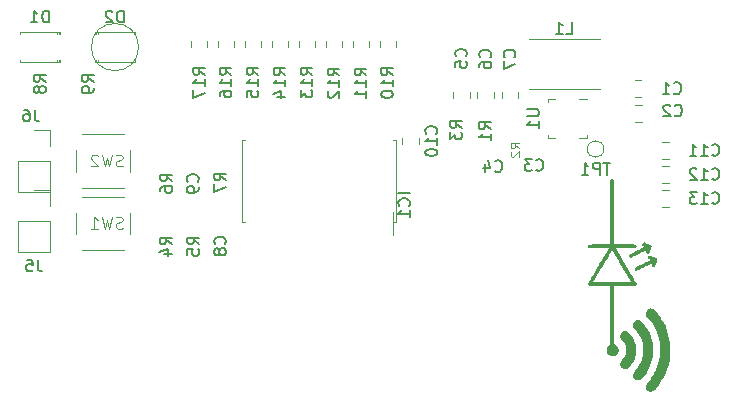
<source format=gbr>
G04 #@! TF.GenerationSoftware,KiCad,Pcbnew,5.99.0-unknown-89dcc4689~104~ubuntu20.04.1*
G04 #@! TF.CreationDate,2020-10-12T19:49:43-07:00*
G04 #@! TF.ProjectId,signal-board,7369676e-616c-42d6-926f-6172642e6b69,rev?*
G04 #@! TF.SameCoordinates,Original*
G04 #@! TF.FileFunction,Legend,Bot*
G04 #@! TF.FilePolarity,Positive*
%FSLAX46Y46*%
G04 Gerber Fmt 4.6, Leading zero omitted, Abs format (unit mm)*
G04 Created by KiCad (PCBNEW 5.99.0-unknown-89dcc4689~104~ubuntu20.04.1) date 2020-10-12 19:49:43*
%MOMM*%
%LPD*%
G01*
G04 APERTURE LIST*
%ADD10C,0.120000*%
%ADD11C,0.150000*%
%ADD12C,0.100000*%
%ADD13C,0.015000*%
G04 APERTURE END LIST*
D10*
X115533000Y-110998000D02*
G75*
G03*
X115533000Y-110998000I-2000000J0D01*
G01*
D11*
G04 #@! TO.C,R4*
X118333780Y-127696933D02*
X117857590Y-127363600D01*
X118333780Y-127125504D02*
X117333780Y-127125504D01*
X117333780Y-127506457D01*
X117381400Y-127601695D01*
X117429019Y-127649314D01*
X117524257Y-127696933D01*
X117667114Y-127696933D01*
X117762352Y-127649314D01*
X117809971Y-127601695D01*
X117857590Y-127506457D01*
X117857590Y-127125504D01*
X117667114Y-128554076D02*
X118333780Y-128554076D01*
X117286161Y-128315980D02*
X118000447Y-128077885D01*
X118000447Y-128696933D01*
D12*
G04 #@! TO.C,R2*
X147786285Y-119559800D02*
X147429142Y-119309800D01*
X147786285Y-119131228D02*
X147036285Y-119131228D01*
X147036285Y-119416942D01*
X147072000Y-119488371D01*
X147107714Y-119524085D01*
X147179142Y-119559800D01*
X147286285Y-119559800D01*
X147357714Y-119524085D01*
X147393428Y-119488371D01*
X147429142Y-119416942D01*
X147429142Y-119131228D01*
X147107714Y-119845514D02*
X147072000Y-119881228D01*
X147036285Y-119952657D01*
X147036285Y-120131228D01*
X147072000Y-120202657D01*
X147107714Y-120238371D01*
X147179142Y-120274085D01*
X147250571Y-120274085D01*
X147357714Y-120238371D01*
X147786285Y-119809800D01*
X147786285Y-120274085D01*
D11*
G04 #@! TO.C,D2*
X114271095Y-108910380D02*
X114271095Y-107910380D01*
X114033000Y-107910380D01*
X113890142Y-107958000D01*
X113794904Y-108053238D01*
X113747285Y-108148476D01*
X113699666Y-108338952D01*
X113699666Y-108481809D01*
X113747285Y-108672285D01*
X113794904Y-108767523D01*
X113890142Y-108862761D01*
X114033000Y-108910380D01*
X114271095Y-108910380D01*
X113318714Y-108005619D02*
X113271095Y-107958000D01*
X113175857Y-107910380D01*
X112937761Y-107910380D01*
X112842523Y-107958000D01*
X112794904Y-108005619D01*
X112747285Y-108100857D01*
X112747285Y-108196095D01*
X112794904Y-108338952D01*
X113366333Y-108910380D01*
X112747285Y-108910380D01*
G04 #@! TO.C,TP1*
X155465304Y-120788180D02*
X154893876Y-120788180D01*
X155179590Y-121788180D02*
X155179590Y-120788180D01*
X154560542Y-121788180D02*
X154560542Y-120788180D01*
X154179590Y-120788180D01*
X154084352Y-120835800D01*
X154036733Y-120883419D01*
X153989114Y-120978657D01*
X153989114Y-121121514D01*
X154036733Y-121216752D01*
X154084352Y-121264371D01*
X154179590Y-121311990D01*
X154560542Y-121311990D01*
X153036733Y-121788180D02*
X153608161Y-121788180D01*
X153322447Y-121788180D02*
X153322447Y-120788180D01*
X153417685Y-120931038D01*
X153512923Y-121026276D01*
X153608161Y-121073895D01*
G04 #@! TO.C,R12*
X132532380Y-113403142D02*
X132056190Y-113069809D01*
X132532380Y-112831714D02*
X131532380Y-112831714D01*
X131532380Y-113212666D01*
X131580000Y-113307904D01*
X131627619Y-113355523D01*
X131722857Y-113403142D01*
X131865714Y-113403142D01*
X131960952Y-113355523D01*
X132008571Y-113307904D01*
X132056190Y-113212666D01*
X132056190Y-112831714D01*
X132532380Y-114355523D02*
X132532380Y-113784095D01*
X132532380Y-114069809D02*
X131532380Y-114069809D01*
X131675238Y-113974571D01*
X131770476Y-113879333D01*
X131818095Y-113784095D01*
X131627619Y-114736476D02*
X131580000Y-114784095D01*
X131532380Y-114879333D01*
X131532380Y-115117428D01*
X131580000Y-115212666D01*
X131627619Y-115260285D01*
X131722857Y-115307904D01*
X131818095Y-115307904D01*
X131960952Y-115260285D01*
X132532380Y-114688857D01*
X132532380Y-115307904D01*
G04 #@! TO.C,C1*
X160852266Y-114884942D02*
X160899885Y-114932561D01*
X161042742Y-114980180D01*
X161137980Y-114980180D01*
X161280838Y-114932561D01*
X161376076Y-114837323D01*
X161423695Y-114742085D01*
X161471314Y-114551609D01*
X161471314Y-114408752D01*
X161423695Y-114218276D01*
X161376076Y-114123038D01*
X161280838Y-114027800D01*
X161137980Y-113980180D01*
X161042742Y-113980180D01*
X160899885Y-114027800D01*
X160852266Y-114075419D01*
X159899885Y-114980180D02*
X160471314Y-114980180D01*
X160185600Y-114980180D02*
X160185600Y-113980180D01*
X160280838Y-114123038D01*
X160376076Y-114218276D01*
X160471314Y-114265895D01*
G04 #@! TO.C,C6*
X145289542Y-111844933D02*
X145337161Y-111797314D01*
X145384780Y-111654457D01*
X145384780Y-111559219D01*
X145337161Y-111416361D01*
X145241923Y-111321123D01*
X145146685Y-111273504D01*
X144956209Y-111225885D01*
X144813352Y-111225885D01*
X144622876Y-111273504D01*
X144527638Y-111321123D01*
X144432400Y-111416361D01*
X144384780Y-111559219D01*
X144384780Y-111654457D01*
X144432400Y-111797314D01*
X144480019Y-111844933D01*
X144384780Y-112702076D02*
X144384780Y-112511600D01*
X144432400Y-112416361D01*
X144480019Y-112368742D01*
X144622876Y-112273504D01*
X144813352Y-112225885D01*
X145194304Y-112225885D01*
X145289542Y-112273504D01*
X145337161Y-112321123D01*
X145384780Y-112416361D01*
X145384780Y-112606838D01*
X145337161Y-112702076D01*
X145289542Y-112749695D01*
X145194304Y-112797314D01*
X144956209Y-112797314D01*
X144860971Y-112749695D01*
X144813352Y-112702076D01*
X144765733Y-112606838D01*
X144765733Y-112416361D01*
X144813352Y-112321123D01*
X144860971Y-112273504D01*
X144956209Y-112225885D01*
G04 #@! TO.C,R8*
X107665780Y-113930133D02*
X107189590Y-113596800D01*
X107665780Y-113358704D02*
X106665780Y-113358704D01*
X106665780Y-113739657D01*
X106713400Y-113834895D01*
X106761019Y-113882514D01*
X106856257Y-113930133D01*
X106999114Y-113930133D01*
X107094352Y-113882514D01*
X107141971Y-113834895D01*
X107189590Y-113739657D01*
X107189590Y-113358704D01*
X107094352Y-114501561D02*
X107046733Y-114406323D01*
X106999114Y-114358704D01*
X106903876Y-114311085D01*
X106856257Y-114311085D01*
X106761019Y-114358704D01*
X106713400Y-114406323D01*
X106665780Y-114501561D01*
X106665780Y-114692038D01*
X106713400Y-114787276D01*
X106761019Y-114834895D01*
X106856257Y-114882514D01*
X106903876Y-114882514D01*
X106999114Y-114834895D01*
X107046733Y-114787276D01*
X107094352Y-114692038D01*
X107094352Y-114501561D01*
X107141971Y-114406323D01*
X107189590Y-114358704D01*
X107284828Y-114311085D01*
X107475304Y-114311085D01*
X107570542Y-114358704D01*
X107618161Y-114406323D01*
X107665780Y-114501561D01*
X107665780Y-114692038D01*
X107618161Y-114787276D01*
X107570542Y-114834895D01*
X107475304Y-114882514D01*
X107284828Y-114882514D01*
X107189590Y-114834895D01*
X107141971Y-114787276D01*
X107094352Y-114692038D01*
G04 #@! TO.C,R10*
X137078980Y-113377742D02*
X136602790Y-113044409D01*
X137078980Y-112806314D02*
X136078980Y-112806314D01*
X136078980Y-113187266D01*
X136126600Y-113282504D01*
X136174219Y-113330123D01*
X136269457Y-113377742D01*
X136412314Y-113377742D01*
X136507552Y-113330123D01*
X136555171Y-113282504D01*
X136602790Y-113187266D01*
X136602790Y-112806314D01*
X137078980Y-114330123D02*
X137078980Y-113758695D01*
X137078980Y-114044409D02*
X136078980Y-114044409D01*
X136221838Y-113949171D01*
X136317076Y-113853933D01*
X136364695Y-113758695D01*
X136078980Y-114949171D02*
X136078980Y-115044409D01*
X136126600Y-115139647D01*
X136174219Y-115187266D01*
X136269457Y-115234885D01*
X136459933Y-115282504D01*
X136698028Y-115282504D01*
X136888504Y-115234885D01*
X136983742Y-115187266D01*
X137031361Y-115139647D01*
X137078980Y-115044409D01*
X137078980Y-114949171D01*
X137031361Y-114853933D01*
X136983742Y-114806314D01*
X136888504Y-114758695D01*
X136698028Y-114711076D01*
X136459933Y-114711076D01*
X136269457Y-114758695D01*
X136174219Y-114806314D01*
X136126600Y-114853933D01*
X136078980Y-114949171D01*
G04 #@! TO.C,C2*
X160930666Y-116768542D02*
X160978285Y-116816161D01*
X161121142Y-116863780D01*
X161216380Y-116863780D01*
X161359238Y-116816161D01*
X161454476Y-116720923D01*
X161502095Y-116625685D01*
X161549714Y-116435209D01*
X161549714Y-116292352D01*
X161502095Y-116101876D01*
X161454476Y-116006638D01*
X161359238Y-115911400D01*
X161216380Y-115863780D01*
X161121142Y-115863780D01*
X160978285Y-115911400D01*
X160930666Y-115959019D01*
X160549714Y-115959019D02*
X160502095Y-115911400D01*
X160406857Y-115863780D01*
X160168761Y-115863780D01*
X160073523Y-115911400D01*
X160025904Y-115959019D01*
X159978285Y-116054257D01*
X159978285Y-116149495D01*
X160025904Y-116292352D01*
X160597333Y-116863780D01*
X159978285Y-116863780D01*
G04 #@! TO.C,C13*
X164091857Y-124182142D02*
X164139476Y-124229761D01*
X164282333Y-124277380D01*
X164377571Y-124277380D01*
X164520428Y-124229761D01*
X164615666Y-124134523D01*
X164663285Y-124039285D01*
X164710904Y-123848809D01*
X164710904Y-123705952D01*
X164663285Y-123515476D01*
X164615666Y-123420238D01*
X164520428Y-123325000D01*
X164377571Y-123277380D01*
X164282333Y-123277380D01*
X164139476Y-123325000D01*
X164091857Y-123372619D01*
X163139476Y-124277380D02*
X163710904Y-124277380D01*
X163425190Y-124277380D02*
X163425190Y-123277380D01*
X163520428Y-123420238D01*
X163615666Y-123515476D01*
X163710904Y-123563095D01*
X162806142Y-123277380D02*
X162187095Y-123277380D01*
X162520428Y-123658333D01*
X162377571Y-123658333D01*
X162282333Y-123705952D01*
X162234714Y-123753571D01*
X162187095Y-123848809D01*
X162187095Y-124086904D01*
X162234714Y-124182142D01*
X162282333Y-124229761D01*
X162377571Y-124277380D01*
X162663285Y-124277380D01*
X162758523Y-124229761D01*
X162806142Y-124182142D01*
G04 #@! TO.C,R7*
X122931180Y-122286733D02*
X122454990Y-121953400D01*
X122931180Y-121715304D02*
X121931180Y-121715304D01*
X121931180Y-122096257D01*
X121978800Y-122191495D01*
X122026419Y-122239114D01*
X122121657Y-122286733D01*
X122264514Y-122286733D01*
X122359752Y-122239114D01*
X122407371Y-122191495D01*
X122454990Y-122096257D01*
X122454990Y-121715304D01*
X121931180Y-122620066D02*
X121931180Y-123286733D01*
X122931180Y-122858161D01*
G04 #@! TO.C,R6*
X118384580Y-122362933D02*
X117908390Y-122029600D01*
X118384580Y-121791504D02*
X117384580Y-121791504D01*
X117384580Y-122172457D01*
X117432200Y-122267695D01*
X117479819Y-122315314D01*
X117575057Y-122362933D01*
X117717914Y-122362933D01*
X117813152Y-122315314D01*
X117860771Y-122267695D01*
X117908390Y-122172457D01*
X117908390Y-121791504D01*
X117384580Y-123220076D02*
X117384580Y-123029600D01*
X117432200Y-122934361D01*
X117479819Y-122886742D01*
X117622676Y-122791504D01*
X117813152Y-122743885D01*
X118194104Y-122743885D01*
X118289342Y-122791504D01*
X118336961Y-122839123D01*
X118384580Y-122934361D01*
X118384580Y-123124838D01*
X118336961Y-123220076D01*
X118289342Y-123267695D01*
X118194104Y-123315314D01*
X117956009Y-123315314D01*
X117860771Y-123267695D01*
X117813152Y-123220076D01*
X117765533Y-123124838D01*
X117765533Y-122934361D01*
X117813152Y-122839123D01*
X117860771Y-122791504D01*
X117956009Y-122743885D01*
D13*
G04 #@! TO.C,SW1*
X114180333Y-126312761D02*
X114037476Y-126360380D01*
X113799380Y-126360380D01*
X113704142Y-126312761D01*
X113656523Y-126265142D01*
X113608904Y-126169904D01*
X113608904Y-126074666D01*
X113656523Y-125979428D01*
X113704142Y-125931809D01*
X113799380Y-125884190D01*
X113989857Y-125836571D01*
X114085095Y-125788952D01*
X114132714Y-125741333D01*
X114180333Y-125646095D01*
X114180333Y-125550857D01*
X114132714Y-125455619D01*
X114085095Y-125408000D01*
X113989857Y-125360380D01*
X113751761Y-125360380D01*
X113608904Y-125408000D01*
X113275571Y-125360380D02*
X113037476Y-126360380D01*
X112847000Y-125646095D01*
X112656523Y-126360380D01*
X112418428Y-125360380D01*
X111513666Y-126360380D02*
X112085095Y-126360380D01*
X111799380Y-126360380D02*
X111799380Y-125360380D01*
X111894619Y-125503238D01*
X111989857Y-125598476D01*
X112085095Y-125646095D01*
D11*
G04 #@! TO.C,C5*
X143232142Y-111794933D02*
X143279761Y-111747314D01*
X143327380Y-111604457D01*
X143327380Y-111509219D01*
X143279761Y-111366361D01*
X143184523Y-111271123D01*
X143089285Y-111223504D01*
X142898809Y-111175885D01*
X142755952Y-111175885D01*
X142565476Y-111223504D01*
X142470238Y-111271123D01*
X142375000Y-111366361D01*
X142327380Y-111509219D01*
X142327380Y-111604457D01*
X142375000Y-111747314D01*
X142422619Y-111794933D01*
X142327380Y-112699695D02*
X142327380Y-112223504D01*
X142803571Y-112175885D01*
X142755952Y-112223504D01*
X142708333Y-112318742D01*
X142708333Y-112556838D01*
X142755952Y-112652076D01*
X142803571Y-112699695D01*
X142898809Y-112747314D01*
X143136904Y-112747314D01*
X143232142Y-112699695D01*
X143279761Y-112652076D01*
X143327380Y-112556838D01*
X143327380Y-112318742D01*
X143279761Y-112223504D01*
X143232142Y-112175885D01*
G04 #@! TO.C,R16*
X123388380Y-113344142D02*
X122912190Y-113010809D01*
X123388380Y-112772714D02*
X122388380Y-112772714D01*
X122388380Y-113153666D01*
X122436000Y-113248904D01*
X122483619Y-113296523D01*
X122578857Y-113344142D01*
X122721714Y-113344142D01*
X122816952Y-113296523D01*
X122864571Y-113248904D01*
X122912190Y-113153666D01*
X122912190Y-112772714D01*
X123388380Y-114296523D02*
X123388380Y-113725095D01*
X123388380Y-114010809D02*
X122388380Y-114010809D01*
X122531238Y-113915571D01*
X122626476Y-113820333D01*
X122674095Y-113725095D01*
X122388380Y-115153666D02*
X122388380Y-114963190D01*
X122436000Y-114867952D01*
X122483619Y-114820333D01*
X122626476Y-114725095D01*
X122816952Y-114677476D01*
X123197904Y-114677476D01*
X123293142Y-114725095D01*
X123340761Y-114772714D01*
X123388380Y-114867952D01*
X123388380Y-115058428D01*
X123340761Y-115153666D01*
X123293142Y-115201285D01*
X123197904Y-115248904D01*
X122959809Y-115248904D01*
X122864571Y-115201285D01*
X122816952Y-115153666D01*
X122769333Y-115058428D01*
X122769333Y-114867952D01*
X122816952Y-114772714D01*
X122864571Y-114725095D01*
X122959809Y-114677476D01*
G04 #@! TO.C,D1*
X107926095Y-108910380D02*
X107926095Y-107910380D01*
X107688000Y-107910380D01*
X107545142Y-107958000D01*
X107449904Y-108053238D01*
X107402285Y-108148476D01*
X107354666Y-108338952D01*
X107354666Y-108481809D01*
X107402285Y-108672285D01*
X107449904Y-108767523D01*
X107545142Y-108862761D01*
X107688000Y-108910380D01*
X107926095Y-108910380D01*
X106402285Y-108910380D02*
X106973714Y-108910380D01*
X106688000Y-108910380D02*
X106688000Y-107910380D01*
X106783238Y-108053238D01*
X106878476Y-108148476D01*
X106973714Y-108196095D01*
G04 #@! TO.C,C9*
X120524542Y-122388333D02*
X120572161Y-122340714D01*
X120619780Y-122197857D01*
X120619780Y-122102619D01*
X120572161Y-121959761D01*
X120476923Y-121864523D01*
X120381685Y-121816904D01*
X120191209Y-121769285D01*
X120048352Y-121769285D01*
X119857876Y-121816904D01*
X119762638Y-121864523D01*
X119667400Y-121959761D01*
X119619780Y-122102619D01*
X119619780Y-122197857D01*
X119667400Y-122340714D01*
X119715019Y-122388333D01*
X120619780Y-122864523D02*
X120619780Y-123055000D01*
X120572161Y-123150238D01*
X120524542Y-123197857D01*
X120381685Y-123293095D01*
X120191209Y-123340714D01*
X119810257Y-123340714D01*
X119715019Y-123293095D01*
X119667400Y-123245476D01*
X119619780Y-123150238D01*
X119619780Y-122959761D01*
X119667400Y-122864523D01*
X119715019Y-122816904D01*
X119810257Y-122769285D01*
X120048352Y-122769285D01*
X120143590Y-122816904D01*
X120191209Y-122864523D01*
X120238828Y-122959761D01*
X120238828Y-123150238D01*
X120191209Y-123245476D01*
X120143590Y-123293095D01*
X120048352Y-123340714D01*
G04 #@! TO.C,C8*
X122835942Y-127671533D02*
X122883561Y-127623914D01*
X122931180Y-127481057D01*
X122931180Y-127385819D01*
X122883561Y-127242961D01*
X122788323Y-127147723D01*
X122693085Y-127100104D01*
X122502609Y-127052485D01*
X122359752Y-127052485D01*
X122169276Y-127100104D01*
X122074038Y-127147723D01*
X121978800Y-127242961D01*
X121931180Y-127385819D01*
X121931180Y-127481057D01*
X121978800Y-127623914D01*
X122026419Y-127671533D01*
X122359752Y-128242961D02*
X122312133Y-128147723D01*
X122264514Y-128100104D01*
X122169276Y-128052485D01*
X122121657Y-128052485D01*
X122026419Y-128100104D01*
X121978800Y-128147723D01*
X121931180Y-128242961D01*
X121931180Y-128433438D01*
X121978800Y-128528676D01*
X122026419Y-128576295D01*
X122121657Y-128623914D01*
X122169276Y-128623914D01*
X122264514Y-128576295D01*
X122312133Y-128528676D01*
X122359752Y-128433438D01*
X122359752Y-128242961D01*
X122407371Y-128147723D01*
X122454990Y-128100104D01*
X122550228Y-128052485D01*
X122740704Y-128052485D01*
X122835942Y-128100104D01*
X122883561Y-128147723D01*
X122931180Y-128242961D01*
X122931180Y-128433438D01*
X122883561Y-128528676D01*
X122835942Y-128576295D01*
X122740704Y-128623914D01*
X122550228Y-128623914D01*
X122454990Y-128576295D01*
X122407371Y-128528676D01*
X122359752Y-128433438D01*
G04 #@! TO.C,C7*
X147346942Y-111844933D02*
X147394561Y-111797314D01*
X147442180Y-111654457D01*
X147442180Y-111559219D01*
X147394561Y-111416361D01*
X147299323Y-111321123D01*
X147204085Y-111273504D01*
X147013609Y-111225885D01*
X146870752Y-111225885D01*
X146680276Y-111273504D01*
X146585038Y-111321123D01*
X146489800Y-111416361D01*
X146442180Y-111559219D01*
X146442180Y-111654457D01*
X146489800Y-111797314D01*
X146537419Y-111844933D01*
X146442180Y-112178266D02*
X146442180Y-112844933D01*
X147442180Y-112416361D01*
G04 #@! TO.C,R15*
X125674380Y-113353142D02*
X125198190Y-113019809D01*
X125674380Y-112781714D02*
X124674380Y-112781714D01*
X124674380Y-113162666D01*
X124722000Y-113257904D01*
X124769619Y-113305523D01*
X124864857Y-113353142D01*
X125007714Y-113353142D01*
X125102952Y-113305523D01*
X125150571Y-113257904D01*
X125198190Y-113162666D01*
X125198190Y-112781714D01*
X125674380Y-114305523D02*
X125674380Y-113734095D01*
X125674380Y-114019809D02*
X124674380Y-114019809D01*
X124817238Y-113924571D01*
X124912476Y-113829333D01*
X124960095Y-113734095D01*
X124674380Y-115210285D02*
X124674380Y-114734095D01*
X125150571Y-114686476D01*
X125102952Y-114734095D01*
X125055333Y-114829333D01*
X125055333Y-115067428D01*
X125102952Y-115162666D01*
X125150571Y-115210285D01*
X125245809Y-115257904D01*
X125483904Y-115257904D01*
X125579142Y-115210285D01*
X125626761Y-115162666D01*
X125674380Y-115067428D01*
X125674380Y-114829333D01*
X125626761Y-114734095D01*
X125579142Y-114686476D01*
G04 #@! TO.C,R5*
X120670580Y-127696933D02*
X120194390Y-127363600D01*
X120670580Y-127125504D02*
X119670580Y-127125504D01*
X119670580Y-127506457D01*
X119718200Y-127601695D01*
X119765819Y-127649314D01*
X119861057Y-127696933D01*
X120003914Y-127696933D01*
X120099152Y-127649314D01*
X120146771Y-127601695D01*
X120194390Y-127506457D01*
X120194390Y-127125504D01*
X119670580Y-128601695D02*
X119670580Y-128125504D01*
X120146771Y-128077885D01*
X120099152Y-128125504D01*
X120051533Y-128220742D01*
X120051533Y-128458838D01*
X120099152Y-128554076D01*
X120146771Y-128601695D01*
X120242009Y-128649314D01*
X120480104Y-128649314D01*
X120575342Y-128601695D01*
X120622961Y-128554076D01*
X120670580Y-128458838D01*
X120670580Y-128220742D01*
X120622961Y-128125504D01*
X120575342Y-128077885D01*
D13*
G04 #@! TO.C,SW2*
X114180333Y-121054761D02*
X114037476Y-121102380D01*
X113799380Y-121102380D01*
X113704142Y-121054761D01*
X113656523Y-121007142D01*
X113608904Y-120911904D01*
X113608904Y-120816666D01*
X113656523Y-120721428D01*
X113704142Y-120673809D01*
X113799380Y-120626190D01*
X113989857Y-120578571D01*
X114085095Y-120530952D01*
X114132714Y-120483333D01*
X114180333Y-120388095D01*
X114180333Y-120292857D01*
X114132714Y-120197619D01*
X114085095Y-120150000D01*
X113989857Y-120102380D01*
X113751761Y-120102380D01*
X113608904Y-120150000D01*
X113275571Y-120102380D02*
X113037476Y-121102380D01*
X112847000Y-120388095D01*
X112656523Y-121102380D01*
X112418428Y-120102380D01*
X112085095Y-120197619D02*
X112037476Y-120150000D01*
X111942238Y-120102380D01*
X111704142Y-120102380D01*
X111608904Y-120150000D01*
X111561285Y-120197619D01*
X111513666Y-120292857D01*
X111513666Y-120388095D01*
X111561285Y-120530952D01*
X112132714Y-121102380D01*
X111513666Y-121102380D01*
D11*
G04 #@! TO.C,C10*
X140717542Y-118321742D02*
X140765161Y-118274123D01*
X140812780Y-118131266D01*
X140812780Y-118036028D01*
X140765161Y-117893171D01*
X140669923Y-117797933D01*
X140574685Y-117750314D01*
X140384209Y-117702695D01*
X140241352Y-117702695D01*
X140050876Y-117750314D01*
X139955638Y-117797933D01*
X139860400Y-117893171D01*
X139812780Y-118036028D01*
X139812780Y-118131266D01*
X139860400Y-118274123D01*
X139908019Y-118321742D01*
X140812780Y-119274123D02*
X140812780Y-118702695D01*
X140812780Y-118988409D02*
X139812780Y-118988409D01*
X139955638Y-118893171D01*
X140050876Y-118797933D01*
X140098495Y-118702695D01*
X139812780Y-119893171D02*
X139812780Y-119988409D01*
X139860400Y-120083647D01*
X139908019Y-120131266D01*
X140003257Y-120178885D01*
X140193733Y-120226504D01*
X140431828Y-120226504D01*
X140622304Y-120178885D01*
X140717542Y-120131266D01*
X140765161Y-120083647D01*
X140812780Y-119988409D01*
X140812780Y-119893171D01*
X140765161Y-119797933D01*
X140717542Y-119750314D01*
X140622304Y-119702695D01*
X140431828Y-119655076D01*
X140193733Y-119655076D01*
X140003257Y-119702695D01*
X139908019Y-119750314D01*
X139860400Y-119797933D01*
X139812780Y-119893171D01*
G04 #@! TO.C,C3*
X149188466Y-121388142D02*
X149236085Y-121435761D01*
X149378942Y-121483380D01*
X149474180Y-121483380D01*
X149617038Y-121435761D01*
X149712276Y-121340523D01*
X149759895Y-121245285D01*
X149807514Y-121054809D01*
X149807514Y-120911952D01*
X149759895Y-120721476D01*
X149712276Y-120626238D01*
X149617038Y-120531000D01*
X149474180Y-120483380D01*
X149378942Y-120483380D01*
X149236085Y-120531000D01*
X149188466Y-120578619D01*
X148855133Y-120483380D02*
X148236085Y-120483380D01*
X148569419Y-120864333D01*
X148426561Y-120864333D01*
X148331323Y-120911952D01*
X148283704Y-120959571D01*
X148236085Y-121054809D01*
X148236085Y-121292904D01*
X148283704Y-121388142D01*
X148331323Y-121435761D01*
X148426561Y-121483380D01*
X148712276Y-121483380D01*
X148807514Y-121435761D01*
X148855133Y-121388142D01*
G04 #@! TO.C,R13*
X130246380Y-113353142D02*
X129770190Y-113019809D01*
X130246380Y-112781714D02*
X129246380Y-112781714D01*
X129246380Y-113162666D01*
X129294000Y-113257904D01*
X129341619Y-113305523D01*
X129436857Y-113353142D01*
X129579714Y-113353142D01*
X129674952Y-113305523D01*
X129722571Y-113257904D01*
X129770190Y-113162666D01*
X129770190Y-112781714D01*
X130246380Y-114305523D02*
X130246380Y-113734095D01*
X130246380Y-114019809D02*
X129246380Y-114019809D01*
X129389238Y-113924571D01*
X129484476Y-113829333D01*
X129532095Y-113734095D01*
X129246380Y-114638857D02*
X129246380Y-115257904D01*
X129627333Y-114924571D01*
X129627333Y-115067428D01*
X129674952Y-115162666D01*
X129722571Y-115210285D01*
X129817809Y-115257904D01*
X130055904Y-115257904D01*
X130151142Y-115210285D01*
X130198761Y-115162666D01*
X130246380Y-115067428D01*
X130246380Y-114781714D01*
X130198761Y-114686476D01*
X130151142Y-114638857D01*
G04 #@! TO.C,L1*
X151730666Y-109883880D02*
X152206857Y-109883880D01*
X152206857Y-108883880D01*
X150873523Y-109883880D02*
X151444952Y-109883880D01*
X151159238Y-109883880D02*
X151159238Y-108883880D01*
X151254476Y-109026738D01*
X151349714Y-109121976D01*
X151444952Y-109169595D01*
G04 #@! TO.C,C11*
X164091857Y-120118142D02*
X164139476Y-120165761D01*
X164282333Y-120213380D01*
X164377571Y-120213380D01*
X164520428Y-120165761D01*
X164615666Y-120070523D01*
X164663285Y-119975285D01*
X164710904Y-119784809D01*
X164710904Y-119641952D01*
X164663285Y-119451476D01*
X164615666Y-119356238D01*
X164520428Y-119261000D01*
X164377571Y-119213380D01*
X164282333Y-119213380D01*
X164139476Y-119261000D01*
X164091857Y-119308619D01*
X163139476Y-120213380D02*
X163710904Y-120213380D01*
X163425190Y-120213380D02*
X163425190Y-119213380D01*
X163520428Y-119356238D01*
X163615666Y-119451476D01*
X163710904Y-119499095D01*
X162187095Y-120213380D02*
X162758523Y-120213380D01*
X162472809Y-120213380D02*
X162472809Y-119213380D01*
X162568047Y-119356238D01*
X162663285Y-119451476D01*
X162758523Y-119499095D01*
G04 #@! TO.C,R17*
X121152380Y-113335142D02*
X120676190Y-113001809D01*
X121152380Y-112763714D02*
X120152380Y-112763714D01*
X120152380Y-113144666D01*
X120200000Y-113239904D01*
X120247619Y-113287523D01*
X120342857Y-113335142D01*
X120485714Y-113335142D01*
X120580952Y-113287523D01*
X120628571Y-113239904D01*
X120676190Y-113144666D01*
X120676190Y-112763714D01*
X121152380Y-114287523D02*
X121152380Y-113716095D01*
X121152380Y-114001809D02*
X120152380Y-114001809D01*
X120295238Y-113906571D01*
X120390476Y-113811333D01*
X120438095Y-113716095D01*
X120152380Y-114620857D02*
X120152380Y-115287523D01*
X121152380Y-114858952D01*
G04 #@! TO.C,R3*
X142919380Y-117841733D02*
X142443190Y-117508400D01*
X142919380Y-117270304D02*
X141919380Y-117270304D01*
X141919380Y-117651257D01*
X141967000Y-117746495D01*
X142014619Y-117794114D01*
X142109857Y-117841733D01*
X142252714Y-117841733D01*
X142347952Y-117794114D01*
X142395571Y-117746495D01*
X142443190Y-117651257D01*
X142443190Y-117270304D01*
X141919380Y-118175066D02*
X141919380Y-118794114D01*
X142300333Y-118460780D01*
X142300333Y-118603638D01*
X142347952Y-118698876D01*
X142395571Y-118746495D01*
X142490809Y-118794114D01*
X142728904Y-118794114D01*
X142824142Y-118746495D01*
X142871761Y-118698876D01*
X142919380Y-118603638D01*
X142919380Y-118317923D01*
X142871761Y-118222685D01*
X142824142Y-118175066D01*
G04 #@! TO.C,R1*
X145332380Y-117943333D02*
X144856190Y-117610000D01*
X145332380Y-117371904D02*
X144332380Y-117371904D01*
X144332380Y-117752857D01*
X144380000Y-117848095D01*
X144427619Y-117895714D01*
X144522857Y-117943333D01*
X144665714Y-117943333D01*
X144760952Y-117895714D01*
X144808571Y-117848095D01*
X144856190Y-117752857D01*
X144856190Y-117371904D01*
X145332380Y-118895714D02*
X145332380Y-118324285D01*
X145332380Y-118610000D02*
X144332380Y-118610000D01*
X144475238Y-118514761D01*
X144570476Y-118419523D01*
X144618095Y-118324285D01*
G04 #@! TO.C,C12*
X164091857Y-122150142D02*
X164139476Y-122197761D01*
X164282333Y-122245380D01*
X164377571Y-122245380D01*
X164520428Y-122197761D01*
X164615666Y-122102523D01*
X164663285Y-122007285D01*
X164710904Y-121816809D01*
X164710904Y-121673952D01*
X164663285Y-121483476D01*
X164615666Y-121388238D01*
X164520428Y-121293000D01*
X164377571Y-121245380D01*
X164282333Y-121245380D01*
X164139476Y-121293000D01*
X164091857Y-121340619D01*
X163139476Y-122245380D02*
X163710904Y-122245380D01*
X163425190Y-122245380D02*
X163425190Y-121245380D01*
X163520428Y-121388238D01*
X163615666Y-121483476D01*
X163710904Y-121531095D01*
X162758523Y-121340619D02*
X162710904Y-121293000D01*
X162615666Y-121245380D01*
X162377571Y-121245380D01*
X162282333Y-121293000D01*
X162234714Y-121340619D01*
X162187095Y-121435857D01*
X162187095Y-121531095D01*
X162234714Y-121673952D01*
X162806142Y-122245380D01*
X162187095Y-122245380D01*
G04 #@! TO.C,J5*
X107013333Y-128992380D02*
X107013333Y-129706666D01*
X107060952Y-129849523D01*
X107156190Y-129944761D01*
X107299047Y-129992380D01*
X107394285Y-129992380D01*
X106060952Y-128992380D02*
X106537142Y-128992380D01*
X106584761Y-129468571D01*
X106537142Y-129420952D01*
X106441904Y-129373333D01*
X106203809Y-129373333D01*
X106108571Y-129420952D01*
X106060952Y-129468571D01*
X106013333Y-129563809D01*
X106013333Y-129801904D01*
X106060952Y-129897142D01*
X106108571Y-129944761D01*
X106203809Y-129992380D01*
X106441904Y-129992380D01*
X106537142Y-129944761D01*
X106584761Y-129897142D01*
G04 #@! TO.C,U1*
X148423380Y-116269595D02*
X149232904Y-116269595D01*
X149328142Y-116317214D01*
X149375761Y-116364833D01*
X149423380Y-116460071D01*
X149423380Y-116650547D01*
X149375761Y-116745785D01*
X149328142Y-116793404D01*
X149232904Y-116841023D01*
X148423380Y-116841023D01*
X149423380Y-117841023D02*
X149423380Y-117269595D01*
X149423380Y-117555309D02*
X148423380Y-117555309D01*
X148566238Y-117460071D01*
X148661476Y-117364833D01*
X148709095Y-117269595D01*
G04 #@! TO.C,C4*
X145708666Y-121489742D02*
X145756285Y-121537361D01*
X145899142Y-121584980D01*
X145994380Y-121584980D01*
X146137238Y-121537361D01*
X146232476Y-121442123D01*
X146280095Y-121346885D01*
X146327714Y-121156409D01*
X146327714Y-121013552D01*
X146280095Y-120823076D01*
X146232476Y-120727838D01*
X146137238Y-120632600D01*
X145994380Y-120584980D01*
X145899142Y-120584980D01*
X145756285Y-120632600D01*
X145708666Y-120680219D01*
X144851523Y-120918314D02*
X144851523Y-121584980D01*
X145089619Y-120537361D02*
X145327714Y-121251647D01*
X144708666Y-121251647D01*
G04 #@! TO.C,IC1*
X138526780Y-123382209D02*
X137526780Y-123382209D01*
X138431542Y-124429828D02*
X138479161Y-124382209D01*
X138526780Y-124239352D01*
X138526780Y-124144114D01*
X138479161Y-124001257D01*
X138383923Y-123906019D01*
X138288685Y-123858400D01*
X138098209Y-123810780D01*
X137955352Y-123810780D01*
X137764876Y-123858400D01*
X137669638Y-123906019D01*
X137574400Y-124001257D01*
X137526780Y-124144114D01*
X137526780Y-124239352D01*
X137574400Y-124382209D01*
X137622019Y-124429828D01*
X138526780Y-125382209D02*
X138526780Y-124810780D01*
X138526780Y-125096495D02*
X137526780Y-125096495D01*
X137669638Y-125001257D01*
X137764876Y-124906019D01*
X137812495Y-124810780D01*
G04 #@! TO.C,R11*
X134818380Y-113385142D02*
X134342190Y-113051809D01*
X134818380Y-112813714D02*
X133818380Y-112813714D01*
X133818380Y-113194666D01*
X133866000Y-113289904D01*
X133913619Y-113337523D01*
X134008857Y-113385142D01*
X134151714Y-113385142D01*
X134246952Y-113337523D01*
X134294571Y-113289904D01*
X134342190Y-113194666D01*
X134342190Y-112813714D01*
X134818380Y-114337523D02*
X134818380Y-113766095D01*
X134818380Y-114051809D02*
X133818380Y-114051809D01*
X133961238Y-113956571D01*
X134056476Y-113861333D01*
X134104095Y-113766095D01*
X134818380Y-115289904D02*
X134818380Y-114718476D01*
X134818380Y-115004190D02*
X133818380Y-115004190D01*
X133961238Y-114908952D01*
X134056476Y-114813714D01*
X134104095Y-114718476D01*
G04 #@! TO.C,J6*
X106759333Y-116292380D02*
X106759333Y-117006666D01*
X106806952Y-117149523D01*
X106902190Y-117244761D01*
X107045047Y-117292380D01*
X107140285Y-117292380D01*
X105854571Y-116292380D02*
X106045047Y-116292380D01*
X106140285Y-116340000D01*
X106187904Y-116387619D01*
X106283142Y-116530476D01*
X106330761Y-116720952D01*
X106330761Y-117101904D01*
X106283142Y-117197142D01*
X106235523Y-117244761D01*
X106140285Y-117292380D01*
X105949809Y-117292380D01*
X105854571Y-117244761D01*
X105806952Y-117197142D01*
X105759333Y-117101904D01*
X105759333Y-116863809D01*
X105806952Y-116768571D01*
X105854571Y-116720952D01*
X105949809Y-116673333D01*
X106140285Y-116673333D01*
X106235523Y-116720952D01*
X106283142Y-116768571D01*
X106330761Y-116863809D01*
G04 #@! TO.C,R9*
X111729780Y-113955533D02*
X111253590Y-113622200D01*
X111729780Y-113384104D02*
X110729780Y-113384104D01*
X110729780Y-113765057D01*
X110777400Y-113860295D01*
X110825019Y-113907914D01*
X110920257Y-113955533D01*
X111063114Y-113955533D01*
X111158352Y-113907914D01*
X111205971Y-113860295D01*
X111253590Y-113765057D01*
X111253590Y-113384104D01*
X111729780Y-114431723D02*
X111729780Y-114622200D01*
X111682161Y-114717438D01*
X111634542Y-114765057D01*
X111491685Y-114860295D01*
X111301209Y-114907914D01*
X110920257Y-114907914D01*
X110825019Y-114860295D01*
X110777400Y-114812676D01*
X110729780Y-114717438D01*
X110729780Y-114526961D01*
X110777400Y-114431723D01*
X110825019Y-114384104D01*
X110920257Y-114336485D01*
X111158352Y-114336485D01*
X111253590Y-114384104D01*
X111301209Y-114431723D01*
X111348828Y-114526961D01*
X111348828Y-114717438D01*
X111301209Y-114812676D01*
X111253590Y-114860295D01*
X111158352Y-114907914D01*
G04 #@! TO.C,R14*
X127960380Y-113378142D02*
X127484190Y-113044809D01*
X127960380Y-112806714D02*
X126960380Y-112806714D01*
X126960380Y-113187666D01*
X127008000Y-113282904D01*
X127055619Y-113330523D01*
X127150857Y-113378142D01*
X127293714Y-113378142D01*
X127388952Y-113330523D01*
X127436571Y-113282904D01*
X127484190Y-113187666D01*
X127484190Y-112806714D01*
X127960380Y-114330523D02*
X127960380Y-113759095D01*
X127960380Y-114044809D02*
X126960380Y-114044809D01*
X127103238Y-113949571D01*
X127198476Y-113854333D01*
X127246095Y-113759095D01*
X127293714Y-115187666D02*
X127960380Y-115187666D01*
X126912761Y-114949571D02*
X127627047Y-114711476D01*
X127627047Y-115330523D01*
G04 #@! TO.C,G\u002A\u002A\u002A*
G36*
X158914757Y-133131057D02*
G01*
X158952856Y-133133890D01*
X159030057Y-133146010D01*
X159087729Y-133164602D01*
X159106496Y-133174930D01*
X159162408Y-133216568D01*
X159230244Y-133278988D01*
X159307484Y-133359277D01*
X159391611Y-133454522D01*
X159480105Y-133561808D01*
X159570449Y-133678224D01*
X159660123Y-133800855D01*
X159746610Y-133926788D01*
X159795779Y-134002190D01*
X159986887Y-134325654D01*
X160150285Y-134656393D01*
X160286624Y-134996176D01*
X160396553Y-135346773D01*
X160480722Y-135709953D01*
X160539780Y-136087486D01*
X160541387Y-136101126D01*
X160553654Y-136239070D01*
X160561759Y-136396969D01*
X160565704Y-136566676D01*
X160565486Y-136740046D01*
X160561105Y-136908931D01*
X160552562Y-137065186D01*
X160539855Y-137200663D01*
X160489670Y-137530154D01*
X160406284Y-137903531D01*
X160296219Y-138264867D01*
X160159548Y-138613998D01*
X159996344Y-138950760D01*
X159806680Y-139274989D01*
X159590629Y-139586521D01*
X159348262Y-139885193D01*
X159308304Y-139930155D01*
X159228903Y-140013299D01*
X159159079Y-140075356D01*
X159094662Y-140118871D01*
X159031478Y-140146392D01*
X158965357Y-140160466D01*
X158892126Y-140163639D01*
X158852723Y-140161314D01*
X158745160Y-140136907D01*
X158651303Y-140088096D01*
X158573964Y-140017236D01*
X158515954Y-139926679D01*
X158480085Y-139818779D01*
X158472181Y-139763318D01*
X158476605Y-139670496D01*
X158505038Y-139578653D01*
X158558734Y-139484354D01*
X158638949Y-139384166D01*
X158715772Y-139297020D01*
X158885121Y-139088657D01*
X159034199Y-138878833D01*
X159168284Y-138659795D01*
X159292654Y-138423789D01*
X159332780Y-138339948D01*
X159447451Y-138069932D01*
X159540010Y-137797549D01*
X159612817Y-137515207D01*
X159668232Y-137215312D01*
X159678163Y-137141735D01*
X159693468Y-136973867D01*
X159701964Y-136790388D01*
X159703656Y-136599958D01*
X159698543Y-136411236D01*
X159686631Y-136232883D01*
X159667919Y-136073558D01*
X159606208Y-135747689D01*
X159514794Y-135413392D01*
X159396868Y-135091412D01*
X159252607Y-134782121D01*
X159082185Y-134485893D01*
X158885777Y-134203099D01*
X158663558Y-133934112D01*
X158651246Y-133920293D01*
X158579995Y-133834447D01*
X158529276Y-133759618D01*
X158496389Y-133690302D01*
X158478636Y-133620998D01*
X158473318Y-133546202D01*
X158474561Y-133511844D01*
X158496138Y-133404971D01*
X158543455Y-133310917D01*
X158615105Y-133231921D01*
X158709682Y-133170219D01*
X158721897Y-133164216D01*
X158768733Y-133143431D01*
X158808423Y-133132517D01*
X158853065Y-133129162D01*
X158914757Y-133131057D01*
G37*
G36*
X155540622Y-137144321D02*
G01*
X155437078Y-137106094D01*
X155343079Y-137046113D01*
X155262698Y-136965095D01*
X155200010Y-136863755D01*
X155194557Y-136851973D01*
X155177766Y-136809429D01*
X155167878Y-136767147D01*
X155163192Y-136715293D01*
X155162008Y-136644031D01*
X155162064Y-136624745D01*
X155163941Y-136558905D01*
X155169740Y-136510116D01*
X155181158Y-136468532D01*
X155199894Y-136424308D01*
X155201993Y-136419930D01*
X155245510Y-136349273D01*
X155303351Y-136280779D01*
X155367422Y-136222912D01*
X155429627Y-136184134D01*
X155484269Y-136159495D01*
X155484238Y-136138668D01*
X155535537Y-136138668D01*
X155542862Y-136145992D01*
X155550186Y-136138668D01*
X155542862Y-136131344D01*
X155535537Y-136138668D01*
X155484238Y-136138668D01*
X155484214Y-136122494D01*
X155612746Y-136122494D01*
X155612973Y-136127494D01*
X155631972Y-136130187D01*
X155646370Y-136127842D01*
X155641809Y-136122494D01*
X155685987Y-136122494D01*
X155686214Y-136127494D01*
X155705213Y-136130187D01*
X155719611Y-136127842D01*
X155714063Y-136121338D01*
X155705592Y-136118997D01*
X155685987Y-136122494D01*
X155641809Y-136122494D01*
X155640822Y-136121338D01*
X155632351Y-136118997D01*
X155612746Y-136122494D01*
X155484214Y-136122494D01*
X155480522Y-133684520D01*
X155476776Y-131209545D01*
X154600153Y-131209545D01*
X154531974Y-131209523D01*
X154333847Y-131209166D01*
X154163723Y-131208356D01*
X154020619Y-131207074D01*
X154008754Y-131206894D01*
X153903553Y-131205304D01*
X153811542Y-131203027D01*
X153743605Y-131200226D01*
X153698759Y-131196884D01*
X153676021Y-131192983D01*
X153674234Y-131192335D01*
X153633357Y-131167094D01*
X153600649Y-131130728D01*
X153579933Y-131086822D01*
X153575409Y-131031554D01*
X153596519Y-130970784D01*
X153598873Y-130966493D01*
X153615007Y-130938670D01*
X153644863Y-130888005D01*
X153645290Y-130887284D01*
X154008754Y-130887284D01*
X157262676Y-130887284D01*
X156654624Y-129872895D01*
X156587606Y-129761094D01*
X156450165Y-129531839D01*
X156326681Y-129325916D01*
X156216402Y-129142084D01*
X156118576Y-128979105D01*
X156032450Y-128835735D01*
X155957272Y-128710736D01*
X155892290Y-128602866D01*
X155836750Y-128510885D01*
X155789900Y-128433552D01*
X155750989Y-128369627D01*
X155719263Y-128317868D01*
X155693970Y-128277036D01*
X155674358Y-128245889D01*
X155659674Y-128223187D01*
X155649166Y-128207689D01*
X155642081Y-128198155D01*
X155637667Y-128193345D01*
X155635172Y-128192016D01*
X155628245Y-128201536D01*
X155607121Y-128234579D01*
X155572860Y-128289685D01*
X155526461Y-128365208D01*
X155468922Y-128459499D01*
X155401243Y-128570911D01*
X155324421Y-128697798D01*
X155239456Y-128838512D01*
X155147346Y-128991405D01*
X155049090Y-129154830D01*
X154945687Y-129327141D01*
X154838135Y-129506690D01*
X154746274Y-129660163D01*
X154641664Y-129834890D01*
X154541894Y-130001487D01*
X154447983Y-130158253D01*
X154360952Y-130303486D01*
X154281820Y-130435487D01*
X154211607Y-130552553D01*
X154151334Y-130652983D01*
X154102021Y-130735076D01*
X154064687Y-130797132D01*
X154040354Y-130837449D01*
X154030040Y-130854325D01*
X154008754Y-130887284D01*
X153645290Y-130887284D01*
X153687462Y-130816141D01*
X153741824Y-130724715D01*
X153806972Y-130615370D01*
X153881925Y-130489745D01*
X153965704Y-130349481D01*
X154057331Y-130196218D01*
X154155827Y-130031596D01*
X154260212Y-129857256D01*
X154369508Y-129674837D01*
X154482735Y-129485981D01*
X154531072Y-129405372D01*
X154642051Y-129220190D01*
X154748334Y-129042704D01*
X154848975Y-128874496D01*
X154943031Y-128717150D01*
X155029558Y-128572250D01*
X155107611Y-128441380D01*
X155176246Y-128326123D01*
X155234520Y-128228064D01*
X155281487Y-128148785D01*
X155316204Y-128089871D01*
X155337727Y-128052905D01*
X155345111Y-128039470D01*
X155338885Y-128038409D01*
X155306823Y-128036872D01*
X155249828Y-128035450D01*
X155170534Y-128034170D01*
X155071570Y-128033061D01*
X154955570Y-128032149D01*
X154825165Y-128031464D01*
X154682986Y-128031033D01*
X154531664Y-128030883D01*
X154432143Y-128030878D01*
X154262886Y-128030762D01*
X154119460Y-128030329D01*
X153999588Y-128029371D01*
X153900994Y-128027679D01*
X153821402Y-128025042D01*
X153758537Y-128021253D01*
X153710122Y-128016101D01*
X153673880Y-128009378D01*
X153647537Y-128000875D01*
X153628816Y-127990382D01*
X153615440Y-127977690D01*
X153605135Y-127962591D01*
X153595622Y-127944875D01*
X153580046Y-127907995D01*
X153574963Y-127853508D01*
X153594897Y-127796032D01*
X153597658Y-127790654D01*
X153606515Y-127773923D01*
X153616135Y-127759636D01*
X153628712Y-127747600D01*
X153646442Y-127737622D01*
X153671519Y-127729509D01*
X153706138Y-127723069D01*
X153752494Y-127718108D01*
X153812783Y-127714435D01*
X153889198Y-127711855D01*
X153983935Y-127710177D01*
X154099189Y-127709207D01*
X154237155Y-127708754D01*
X154400027Y-127708623D01*
X154590000Y-127708622D01*
X155476945Y-127708622D01*
X155476945Y-124999656D01*
X155476976Y-124782299D01*
X155477146Y-124463317D01*
X155477458Y-124162075D01*
X155477908Y-123879463D01*
X155478492Y-123616370D01*
X155479205Y-123373684D01*
X155480042Y-123152296D01*
X155481000Y-122953092D01*
X155482073Y-122776963D01*
X155483258Y-122624797D01*
X155484549Y-122497483D01*
X155485944Y-122395909D01*
X155487435Y-122320966D01*
X155489021Y-122273541D01*
X155490695Y-122254523D01*
X155520027Y-122205373D01*
X155568198Y-122169179D01*
X155625923Y-122155230D01*
X155686705Y-122164932D01*
X155744043Y-122199692D01*
X155791881Y-122242434D01*
X155799509Y-127708622D01*
X156689236Y-127708677D01*
X156866898Y-127708716D01*
X157024660Y-127708860D01*
X157157615Y-127709177D01*
X157268049Y-127709738D01*
X157358249Y-127710613D01*
X157430502Y-127711871D01*
X157487092Y-127713582D01*
X157530308Y-127715816D01*
X157562434Y-127718643D01*
X157585757Y-127722132D01*
X157602564Y-127726353D01*
X157615140Y-127731377D01*
X157625772Y-127737273D01*
X157651921Y-127757424D01*
X157686552Y-127808841D01*
X157697324Y-127869698D01*
X157682056Y-127932430D01*
X157673819Y-127949789D01*
X157664201Y-127967472D01*
X157652524Y-127982379D01*
X157636518Y-127994746D01*
X157613914Y-128004811D01*
X157582441Y-128012811D01*
X157539831Y-128018981D01*
X157483812Y-128023561D01*
X157412116Y-128026785D01*
X157322473Y-128028892D01*
X157212612Y-128030118D01*
X157080265Y-128030701D01*
X156923160Y-128030877D01*
X156739029Y-128030883D01*
X155918171Y-128030883D01*
X156798615Y-129499189D01*
X156858890Y-129599762D01*
X156971149Y-129787352D01*
X157078822Y-129967643D01*
X157180955Y-130139016D01*
X157276591Y-130299853D01*
X157364773Y-130448535D01*
X157444546Y-130583443D01*
X157514953Y-130702959D01*
X157575037Y-130805465D01*
X157623843Y-130889342D01*
X157660415Y-130952971D01*
X157683795Y-130994735D01*
X157693028Y-131013014D01*
X157694224Y-131017060D01*
X157698628Y-131061278D01*
X157683267Y-131108539D01*
X157678063Y-131119834D01*
X157670029Y-131137007D01*
X157661219Y-131151619D01*
X157649438Y-131163887D01*
X157632494Y-131174028D01*
X157608191Y-131182261D01*
X157574338Y-131188802D01*
X157528739Y-131193869D01*
X157469202Y-131197679D01*
X157393531Y-131200449D01*
X157299535Y-131202397D01*
X157185018Y-131203741D01*
X157047787Y-131204696D01*
X156885648Y-131205482D01*
X156696408Y-131206314D01*
X155799205Y-131210408D01*
X155799205Y-136142816D01*
X155837702Y-136152478D01*
X155862369Y-136161733D01*
X155906442Y-136183837D01*
X155954471Y-136212210D01*
X155962955Y-136217756D01*
X156052050Y-136293535D01*
X156119086Y-136384487D01*
X156163636Y-136486353D01*
X156185275Y-136594871D01*
X156183577Y-136705780D01*
X156158116Y-136814817D01*
X156108467Y-136917724D01*
X156034203Y-137010237D01*
X155968745Y-137065390D01*
X155867772Y-137121330D01*
X155760044Y-137152655D01*
X155705213Y-137156343D01*
X155649636Y-137160080D01*
X155631972Y-137157526D01*
X155542862Y-137144644D01*
X155540622Y-137144321D01*
G37*
G36*
X158816568Y-128669767D02*
G01*
X158869831Y-128681953D01*
X158938427Y-128700968D01*
X159016995Y-128725011D01*
X159100174Y-128752282D01*
X159182601Y-128780981D01*
X159258916Y-128809307D01*
X159323757Y-128835462D01*
X159371762Y-128857643D01*
X159397570Y-128874052D01*
X159410805Y-128888016D01*
X159428248Y-128912086D01*
X159438119Y-128939224D01*
X159440026Y-128973515D01*
X159433578Y-129019040D01*
X159418382Y-129079882D01*
X159394047Y-129160124D01*
X159360181Y-129263848D01*
X159349730Y-129295159D01*
X159313921Y-129398104D01*
X159283235Y-129476683D01*
X159255687Y-129534006D01*
X159229290Y-129573180D01*
X159202059Y-129597313D01*
X159172006Y-129609513D01*
X159137146Y-129612889D01*
X159126607Y-129612470D01*
X159072810Y-129599744D01*
X159024252Y-129573729D01*
X158992950Y-129540460D01*
X158990929Y-129536383D01*
X158979538Y-129487515D01*
X158980662Y-129426267D01*
X158994209Y-129365308D01*
X158995669Y-129361003D01*
X159003864Y-129328435D01*
X159003247Y-129311126D01*
X159003093Y-129311056D01*
X158987310Y-129316763D01*
X158948085Y-129334322D01*
X158887977Y-129362501D01*
X158809544Y-129400065D01*
X158715347Y-129445779D01*
X158607945Y-129498410D01*
X158489896Y-129556724D01*
X158363761Y-129619486D01*
X158359040Y-129621843D01*
X158232229Y-129684844D01*
X158112836Y-129743589D01*
X158003538Y-129796800D01*
X157907010Y-129843200D01*
X157825930Y-129881512D01*
X157762976Y-129910460D01*
X157720823Y-129928765D01*
X157702149Y-129935150D01*
X157700088Y-129935124D01*
X157649502Y-129922258D01*
X157600164Y-129891416D01*
X157565273Y-129850739D01*
X157550790Y-129817025D01*
X157545683Y-129755088D01*
X157569717Y-129693455D01*
X157573691Y-129688005D01*
X157588190Y-129674115D01*
X157612405Y-129656527D01*
X157648418Y-129634109D01*
X157698310Y-129605728D01*
X157764164Y-129570250D01*
X157848062Y-129526542D01*
X157952084Y-129473472D01*
X158078314Y-129409905D01*
X158228832Y-129334710D01*
X158236705Y-129330787D01*
X158362262Y-129268034D01*
X158479296Y-129209198D01*
X158585276Y-129155577D01*
X158677667Y-129108469D01*
X158753936Y-129069170D01*
X158811550Y-129038978D01*
X158847977Y-129019191D01*
X158860682Y-129011106D01*
X158858922Y-129008436D01*
X158838419Y-128997532D01*
X158802293Y-128984808D01*
X158795226Y-128982537D01*
X158745339Y-128960172D01*
X158703418Y-128932489D01*
X158698502Y-128928173D01*
X158675870Y-128902215D01*
X158665448Y-128870707D01*
X158662931Y-128821886D01*
X158662986Y-128811799D01*
X158666526Y-128766855D01*
X158678712Y-128737149D01*
X158703909Y-128710861D01*
X158706573Y-128708612D01*
X158744817Y-128682446D01*
X158780177Y-128666756D01*
X158784001Y-128666209D01*
X158816568Y-128669767D01*
G37*
G36*
X157892022Y-134092085D02*
G01*
X157960152Y-134105928D01*
X158022771Y-134132818D01*
X158085151Y-134175697D01*
X158152559Y-134237509D01*
X158230265Y-134321196D01*
X158261363Y-134356569D01*
X158359022Y-134471815D01*
X158442970Y-134578843D01*
X158519729Y-134686245D01*
X158595826Y-134802611D01*
X158692735Y-134967025D01*
X158827647Y-135239306D01*
X158940131Y-135524720D01*
X159028073Y-135817653D01*
X159089357Y-136112489D01*
X159097273Y-136171085D01*
X159107086Y-136276874D01*
X159114559Y-136399317D01*
X159119513Y-136530934D01*
X159121770Y-136664239D01*
X159121151Y-136791751D01*
X159117476Y-136905987D01*
X159110567Y-136999464D01*
X159090103Y-137155991D01*
X159030561Y-137453094D01*
X158945372Y-137745034D01*
X158835961Y-138028706D01*
X158703751Y-138301009D01*
X158550164Y-138558838D01*
X158376625Y-138799090D01*
X158184556Y-139018663D01*
X158128607Y-139073934D01*
X158058971Y-139131717D01*
X157993181Y-139170336D01*
X157924813Y-139193327D01*
X157847446Y-139204225D01*
X157801390Y-139205686D01*
X157699496Y-139192259D01*
X157608808Y-139153286D01*
X157524444Y-139086997D01*
X157517872Y-139080525D01*
X157456559Y-139007129D01*
X157418024Y-138928482D01*
X157396904Y-138833939D01*
X157395782Y-138824338D01*
X157396695Y-138738167D01*
X157413498Y-138648298D01*
X157443450Y-138570271D01*
X157454979Y-138552206D01*
X157485113Y-138512245D01*
X157526131Y-138462298D01*
X157572605Y-138409141D01*
X157680517Y-138283709D01*
X157821770Y-138095104D01*
X157940987Y-137900872D01*
X158042198Y-137694206D01*
X158129429Y-137468301D01*
X158161494Y-137370951D01*
X158193665Y-137259132D01*
X158217668Y-137152819D01*
X158234539Y-137045083D01*
X158245314Y-136928993D01*
X158251030Y-136797619D01*
X158252724Y-136644031D01*
X158252567Y-136561056D01*
X158251558Y-136464004D01*
X158249266Y-136386187D01*
X158245293Y-136321703D01*
X158239239Y-136264649D01*
X158230707Y-136209121D01*
X158219297Y-136149218D01*
X158209829Y-136104457D01*
X158135995Y-135836705D01*
X158035089Y-135579765D01*
X157907614Y-135334625D01*
X157754071Y-135102269D01*
X157574962Y-134883686D01*
X157542869Y-134847461D01*
X157480523Y-134768892D01*
X157437529Y-134698753D01*
X157410607Y-134631097D01*
X157396480Y-134559978D01*
X157393769Y-134475661D01*
X157413577Y-134368384D01*
X157459292Y-134272796D01*
X157529530Y-134191541D01*
X157622908Y-134127262D01*
X157654414Y-134111949D01*
X157697289Y-134097470D01*
X157746448Y-134090382D01*
X157813334Y-134088345D01*
X157892022Y-134092085D01*
G37*
G36*
X156838332Y-135054464D02*
G01*
X156858275Y-135060039D01*
X156910510Y-135078997D01*
X156958980Y-135105237D01*
X157009187Y-135142669D01*
X157066631Y-135195206D01*
X157136811Y-135266759D01*
X157252627Y-135399274D01*
X157386983Y-135589618D01*
X157497056Y-135794802D01*
X157583642Y-136016366D01*
X157647538Y-136255854D01*
X157660569Y-136329820D01*
X157674859Y-136467096D01*
X157680546Y-136616500D01*
X157677647Y-136768196D01*
X157666178Y-136912350D01*
X157646158Y-137039125D01*
X157632141Y-137102934D01*
X157604677Y-137211265D01*
X157573636Y-137308437D01*
X157534993Y-137406365D01*
X157484724Y-137516964D01*
X157439030Y-137608009D01*
X157352156Y-137754584D01*
X157251682Y-137891080D01*
X157130641Y-138027544D01*
X157089134Y-138069938D01*
X157013238Y-138139886D01*
X156945395Y-138189411D01*
X156880414Y-138221379D01*
X156813104Y-138238654D01*
X156738274Y-138244101D01*
X156668719Y-138239316D01*
X156565682Y-138210930D01*
X156476478Y-138159722D01*
X156403966Y-138088773D01*
X156351008Y-138001164D01*
X156320464Y-137899977D01*
X156315194Y-137788295D01*
X156322941Y-137726537D01*
X156342017Y-137659906D01*
X156374929Y-137595213D01*
X156425013Y-137526137D01*
X156495603Y-137446358D01*
X156601438Y-137317887D01*
X156696132Y-137162814D01*
X156764657Y-136999250D01*
X156806802Y-136829793D01*
X156822357Y-136657040D01*
X156811110Y-136483589D01*
X156772849Y-136312037D01*
X156707364Y-136144982D01*
X156614444Y-135985020D01*
X156602780Y-135968858D01*
X156565525Y-135921749D01*
X156518665Y-135866411D01*
X156469605Y-135811706D01*
X156439623Y-135778609D01*
X156386132Y-135712388D01*
X156350022Y-135652882D01*
X156327150Y-135592448D01*
X156313374Y-135523443D01*
X156312952Y-135520295D01*
X156312236Y-135432889D01*
X156328723Y-135340449D01*
X156359668Y-135258674D01*
X156388714Y-135216924D01*
X156436940Y-135166041D01*
X156492990Y-135118584D01*
X156547349Y-135083436D01*
X156588025Y-135066653D01*
X156670615Y-135048261D01*
X156758558Y-135043749D01*
X156838332Y-135054464D01*
G37*
G36*
X158604007Y-127634349D02*
G01*
X158649365Y-127649354D01*
X158751047Y-127684570D01*
X158828665Y-127714831D01*
X158885289Y-127742057D01*
X158923987Y-127768166D01*
X158947829Y-127795077D01*
X158959883Y-127824712D01*
X158963219Y-127858987D01*
X158963219Y-127859048D01*
X158958632Y-127887723D01*
X158945940Y-127938783D01*
X158926635Y-128006956D01*
X158902211Y-128086969D01*
X158874160Y-128173549D01*
X158854801Y-128231106D01*
X158822690Y-128322181D01*
X158795465Y-128390175D01*
X158770899Y-128438393D01*
X158746770Y-128470141D01*
X158720853Y-128488725D01*
X158690923Y-128497451D01*
X158654755Y-128499625D01*
X158651444Y-128499597D01*
X158587911Y-128486017D01*
X158539821Y-128450686D01*
X158509757Y-128398027D01*
X158500296Y-128332461D01*
X158514019Y-128258409D01*
X158521316Y-128235916D01*
X158529829Y-128204389D01*
X158530466Y-128192013D01*
X158530360Y-128192032D01*
X158515092Y-128199042D01*
X158476322Y-128217828D01*
X158416611Y-128247125D01*
X158338520Y-128285666D01*
X158244609Y-128332185D01*
X158137438Y-128385416D01*
X158019569Y-128444093D01*
X157893561Y-128506949D01*
X157891168Y-128508144D01*
X157764105Y-128571201D01*
X157644145Y-128630012D01*
X157534007Y-128683295D01*
X157436411Y-128729767D01*
X157354077Y-128768145D01*
X157289725Y-128797146D01*
X157246075Y-128815487D01*
X157225847Y-128821886D01*
X157212569Y-128821251D01*
X157151264Y-128801699D01*
X157099560Y-128757917D01*
X157098906Y-128757094D01*
X157080960Y-128717070D01*
X157073925Y-128663291D01*
X157074822Y-128637610D01*
X157085959Y-128595691D01*
X157114682Y-128558827D01*
X157130112Y-128547646D01*
X157170801Y-128523273D01*
X157232811Y-128488608D01*
X157313392Y-128445112D01*
X157409799Y-128394249D01*
X157519285Y-128337478D01*
X157639102Y-128276260D01*
X157766504Y-128212059D01*
X157881748Y-128154242D01*
X157997772Y-128095741D01*
X158103006Y-128042378D01*
X158194875Y-127995474D01*
X158270809Y-127956347D01*
X158328234Y-127926317D01*
X158364578Y-127906703D01*
X158377267Y-127898825D01*
X158372003Y-127894116D01*
X158346061Y-127881509D01*
X158305731Y-127865861D01*
X158300799Y-127864066D01*
X158235984Y-127828402D01*
X158196763Y-127778957D01*
X158182482Y-127714931D01*
X158188294Y-127662952D01*
X158218182Y-127607649D01*
X158272881Y-127567859D01*
X158325360Y-127542955D01*
X158604007Y-127634349D01*
G37*
D10*
G04 #@! TO.C,D2*
X112068000Y-109918000D02*
X112068000Y-109738000D01*
X111828000Y-109738000D02*
X115248000Y-109738000D01*
X115248000Y-112258000D02*
X115248000Y-112093000D01*
X111948000Y-112258000D02*
X111948000Y-112078000D01*
X111948000Y-109918000D02*
X111948000Y-109738000D01*
X111828000Y-109918000D02*
X111828000Y-109738000D01*
X112068000Y-112258000D02*
X112068000Y-112078000D01*
X115248000Y-109903000D02*
X115248000Y-109738000D01*
X111828000Y-112258000D02*
X111828000Y-112078000D01*
X111828000Y-112258000D02*
X115248000Y-112258000D01*
G04 #@! TO.C,TP1*
X154928800Y-119634000D02*
G75*
G03*
X154928800Y-119634000I-700000J0D01*
G01*
G04 #@! TO.C,R12*
X132790000Y-111023252D02*
X132790000Y-110500748D01*
X131370000Y-111023252D02*
X131370000Y-110500748D01*
G04 #@! TO.C,C1*
X157574348Y-115187800D02*
X158096852Y-115187800D01*
X157574348Y-113767800D02*
X158096852Y-113767800D01*
G04 #@! TO.C,C6*
X144222400Y-115297852D02*
X144222400Y-114775348D01*
X145642400Y-115297852D02*
X145642400Y-114775348D01*
G04 #@! TO.C,R10*
X135942000Y-111023252D02*
X135942000Y-110500748D01*
X137362000Y-111023252D02*
X137362000Y-110500748D01*
G04 #@! TO.C,C2*
X157602748Y-115901400D02*
X158125252Y-115901400D01*
X157602748Y-117321400D02*
X158125252Y-117321400D01*
G04 #@! TO.C,C13*
X159885748Y-124535000D02*
X160408252Y-124535000D01*
X159885748Y-123115000D02*
X160408252Y-123115000D01*
D12*
G04 #@! TO.C,SW1*
X114772000Y-125008000D02*
X114772000Y-126808000D01*
X114322000Y-128158000D02*
X110722000Y-128158000D01*
X110272000Y-125008000D02*
X110272000Y-126808000D01*
X114322000Y-123658000D02*
X110722000Y-123658000D01*
D10*
G04 #@! TO.C,C5*
X143585000Y-115297852D02*
X143585000Y-114775348D01*
X142165000Y-115297852D02*
X142165000Y-114775348D01*
G04 #@! TO.C,R16*
X122226000Y-111014252D02*
X122226000Y-110491748D01*
X123646000Y-111014252D02*
X123646000Y-110491748D01*
G04 #@! TO.C,D1*
X108898000Y-112258000D02*
X105478000Y-112258000D01*
X105478000Y-112093000D02*
X105478000Y-112258000D01*
X108778000Y-112078000D02*
X108778000Y-112258000D01*
X108658000Y-112078000D02*
X108658000Y-112258000D01*
X108778000Y-109738000D02*
X108778000Y-109918000D01*
X105478000Y-109738000D02*
X105478000Y-109903000D01*
X108898000Y-109738000D02*
X105478000Y-109738000D01*
X108898000Y-112078000D02*
X108898000Y-112258000D01*
X108898000Y-109738000D02*
X108898000Y-109918000D01*
X108658000Y-109738000D02*
X108658000Y-109918000D01*
G04 #@! TO.C,C7*
X146279800Y-115297852D02*
X146279800Y-114775348D01*
X147699800Y-115297852D02*
X147699800Y-114775348D01*
G04 #@! TO.C,R15*
X125932000Y-111023252D02*
X125932000Y-110500748D01*
X124512000Y-111023252D02*
X124512000Y-110500748D01*
D12*
G04 #@! TO.C,SW2*
X110272000Y-119750000D02*
X110272000Y-121550000D01*
X114322000Y-118400000D02*
X110722000Y-118400000D01*
X114772000Y-119750000D02*
X114772000Y-121550000D01*
X114322000Y-122900000D02*
X110722000Y-122900000D01*
D10*
G04 #@! TO.C,C10*
X139292400Y-118712348D02*
X139292400Y-119234852D01*
X137872400Y-118712348D02*
X137872400Y-119234852D01*
G04 #@! TO.C,R13*
X129084000Y-111023252D02*
X129084000Y-110500748D01*
X130504000Y-111023252D02*
X130504000Y-110500748D01*
G04 #@! TO.C,L1*
X154564000Y-114531500D02*
X148564000Y-114531500D01*
X154564000Y-110331500D02*
X148564000Y-110331500D01*
G04 #@! TO.C,C11*
X159885748Y-119051000D02*
X160408252Y-119051000D01*
X159885748Y-120471000D02*
X160408252Y-120471000D01*
G04 #@! TO.C,R17*
X119940000Y-111005252D02*
X119940000Y-110482748D01*
X121360000Y-111005252D02*
X121360000Y-110482748D01*
G04 #@! TO.C,C12*
X159885748Y-121083000D02*
X160408252Y-121083000D01*
X159885748Y-122503000D02*
X160408252Y-122503000D01*
G04 #@! TO.C,J5*
X108010000Y-128330000D02*
X105350000Y-128330000D01*
X108010000Y-124460000D02*
X108010000Y-123130000D01*
X108010000Y-123130000D02*
X106680000Y-123130000D01*
X105350000Y-125730000D02*
X105350000Y-128330000D01*
X108010000Y-125730000D02*
X105350000Y-125730000D01*
X108010000Y-125730000D02*
X108010000Y-128330000D01*
G04 #@! TO.C,U1*
X150829000Y-115431500D02*
X150164000Y-115431500D01*
X153464000Y-115431500D02*
X152799000Y-115431500D01*
X153464000Y-118731500D02*
X152799000Y-118731500D01*
X153464000Y-118731500D02*
X153464000Y-118481500D01*
X150164000Y-115681500D02*
X150164000Y-115431500D01*
X150164000Y-118481500D02*
X150164000Y-118731500D01*
X150829000Y-118731500D02*
X150164000Y-118731500D01*
G04 #@! TO.C,IC1*
X137320000Y-121920000D02*
X137320000Y-125780000D01*
X124300000Y-121920000D02*
X124300000Y-125780000D01*
X137320000Y-125780000D02*
X137085000Y-125780000D01*
X124300000Y-121920000D02*
X124300000Y-118872000D01*
X137320000Y-121920000D02*
X137320000Y-118900000D01*
X137320000Y-118900000D02*
X137085000Y-118900000D01*
X137085000Y-124968000D02*
X137085000Y-126873000D01*
X124288500Y-118872000D02*
X124523500Y-118872000D01*
X124300000Y-125780000D02*
X124535000Y-125780000D01*
G04 #@! TO.C,R11*
X135076000Y-111005252D02*
X135076000Y-110482748D01*
X133656000Y-111005252D02*
X133656000Y-110482748D01*
G04 #@! TO.C,J6*
X108010000Y-118050000D02*
X106680000Y-118050000D01*
X108010000Y-120650000D02*
X105350000Y-120650000D01*
X108010000Y-123250000D02*
X105350000Y-123250000D01*
X105350000Y-120650000D02*
X105350000Y-123250000D01*
X108010000Y-120650000D02*
X108010000Y-123250000D01*
X108010000Y-119380000D02*
X108010000Y-118050000D01*
G04 #@! TO.C,R14*
X126798000Y-111023252D02*
X126798000Y-110500748D01*
X128218000Y-111023252D02*
X128218000Y-110500748D01*
G04 #@! TD*
M02*

</source>
